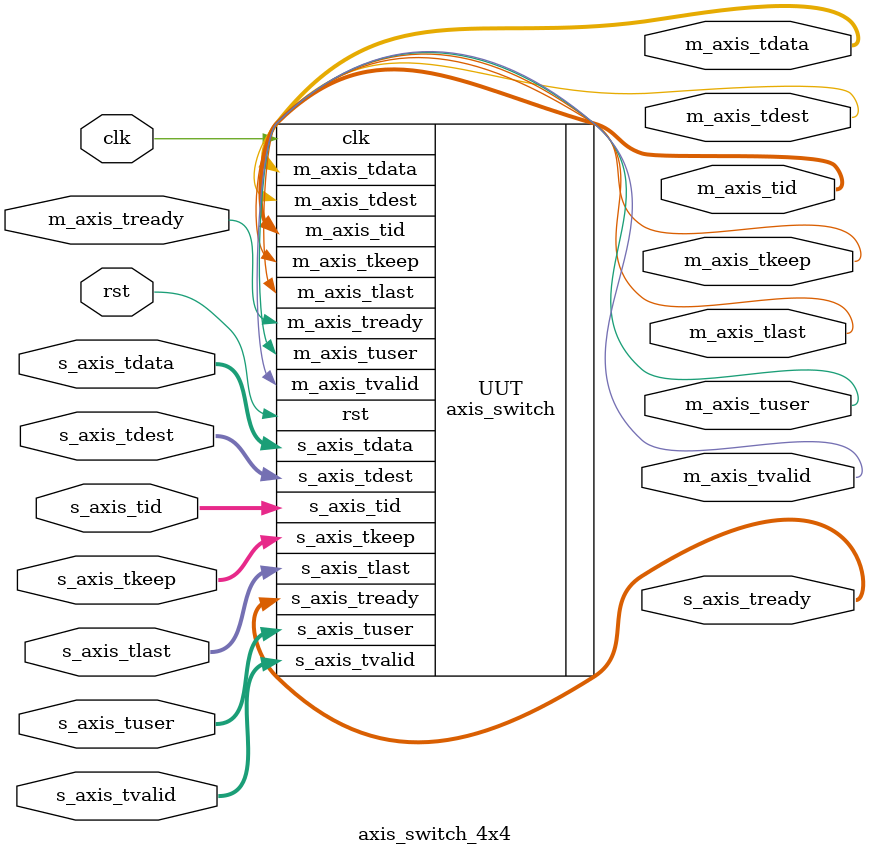
<source format=v>
/*

Copyright (c) 2016-2018 Alex Forencich

Permission is hereby granted, free of charge, to any person obtaining a copy
of this software and associated documentation files (the "Software"), to deal
in the Software without restriction, including without limitation the rights
to use, copy, modify, merge, publish, distribute, sublicense, and/or sell
copies of the Software, and to permit persons to whom the Software is
furnished to do so, subject to the following conditions:

The above copyright notice and this permission notice shall be included in
all copies or substantial portions of the Software.

THE SOFTWARE IS PROVIDED "AS IS", WITHOUT WARRANTY OF ANY KIND, EXPRESS OR
IMPLIED, INCLUDING BUT NOT LIMITED TO THE WARRANTIES OF MERCHANTABILITY
FITNESS FOR A PARTICULAR PURPOSE AND NONINFRINGEMENT. IN NO EVENT SHALL THE
AUTHORS OR COPYRIGHT HOLDERS BE LIABLE FOR ANY CLAIM, DAMAGES OR OTHER
LIABILITY, WHETHER IN AN ACTION OF CONTRACT, TORT OR OTHERWISE, ARISING FROM,
OUT OF OR IN CONNECTION WITH THE SOFTWARE OR THE USE OR OTHER DEALINGS IN
THE SOFTWARE.

*/

// Language: Verilog 2001

`timescale 1ns / 1ps

/*
 * Testbench for axis_switch
 */
module axis_switch_4x4
(
    input  wire                   clk,
    input  wire                   rst,

    /*
     * AXI Stream inputs
     */
    input  wire [S_COUNT*DATA_WIDTH-1:0] s_axis_tdata,
    input  wire [S_COUNT*KEEP_WIDTH-1:0] s_axis_tkeep,
    input  wire [S_COUNT-1:0]            s_axis_tvalid,
    output wire [S_COUNT-1:0]            s_axis_tready,
    input  wire [S_COUNT-1:0]            s_axis_tlast,
    input  wire [S_COUNT*ID_WIDTH-1:0]   s_axis_tid,
    input  wire [S_COUNT*DEST_WIDTH-1:0] s_axis_tdest,
    input  wire [S_COUNT*USER_WIDTH-1:0] s_axis_tuser,

    /*
     * AXI Stream outputs
     */
    output wire [M_COUNT*DATA_WIDTH-1:0] m_axis_tdata,
    output wire [M_COUNT*KEEP_WIDTH-1:0] m_axis_tkeep,
    output wire [M_COUNT-1:0]            m_axis_tvalid,
    input  wire [M_COUNT-1:0]            m_axis_tready,
    output wire [M_COUNT-1:0]            m_axis_tlast,
    output wire [M_COUNT*ID_WIDTH-1:0]   m_axis_tid,
    output wire [M_COUNT*DEST_WIDTH-1:0] m_axis_tdest,
    output wire [M_COUNT*USER_WIDTH-1:0] m_axis_tuser
);


// Parameters
parameter S_COUNT = 4;
parameter M_COUNT = 1;
parameter DATA_WIDTH = 8;
parameter KEEP_ENABLE = (DATA_WIDTH>8);
parameter KEEP_WIDTH = (DATA_WIDTH/8);
parameter ID_ENABLE = 1;
parameter ID_WIDTH = 8;
parameter DEST_WIDTH = $clog2(M_COUNT+1);
parameter USER_ENABLE = 1;
parameter USER_WIDTH = 1;
parameter M_BASE = 0;
parameter M_TOP = {3'd3, 3'd2, 3'd1, 3'd0};
parameter M_CONNECT = {M_COUNT{{S_COUNT{1'b1}}}};
parameter S_REG_TYPE = 0;
parameter M_REG_TYPE = 2;
parameter ARB_TYPE_ROUND_ROBIN = 1;
parameter ARB_LSB_HIGH_PRIORITY = 1;

axis_switch #(
    .M_COUNT(M_COUNT),
    .S_COUNT(S_COUNT),
    .DATA_WIDTH(DATA_WIDTH),
    .KEEP_ENABLE(KEEP_ENABLE),
    .KEEP_WIDTH(KEEP_WIDTH),
    .ID_ENABLE(ID_ENABLE),
    .ID_WIDTH(ID_WIDTH),
    .DEST_WIDTH(DEST_WIDTH),
    .USER_ENABLE(USER_ENABLE),
    .USER_WIDTH(USER_WIDTH),
    .M_BASE(M_BASE),
    .M_TOP(M_TOP),
    .M_CONNECT(M_CONNECT),
    .S_REG_TYPE(S_REG_TYPE),
    .M_REG_TYPE(M_REG_TYPE),
    .ARB_TYPE("ROUND_ROBIN"),
    .LSB_PRIORITY("HIGH")
)
UUT (
    .clk(clk),
    .rst(rst),
    // AXI inputs
    .s_axis_tdata(s_axis_tdata),
    .s_axis_tkeep(s_axis_tkeep),
    .s_axis_tvalid(s_axis_tvalid),
    .s_axis_tready(s_axis_tready),
    .s_axis_tlast(s_axis_tlast),
    .s_axis_tid(s_axis_tid),
    .s_axis_tdest(s_axis_tdest),
    .s_axis_tuser(s_axis_tuser),
    // AXI output
    .m_axis_tdata(m_axis_tdata),
    .m_axis_tkeep(m_axis_tkeep),
    .m_axis_tvalid(m_axis_tvalid),
    .m_axis_tready(m_axis_tready),
    .m_axis_tlast(m_axis_tlast),
    .m_axis_tid(m_axis_tid),
    .m_axis_tdest(m_axis_tdest),
    .m_axis_tuser(m_axis_tuser)
);

endmodule

</source>
